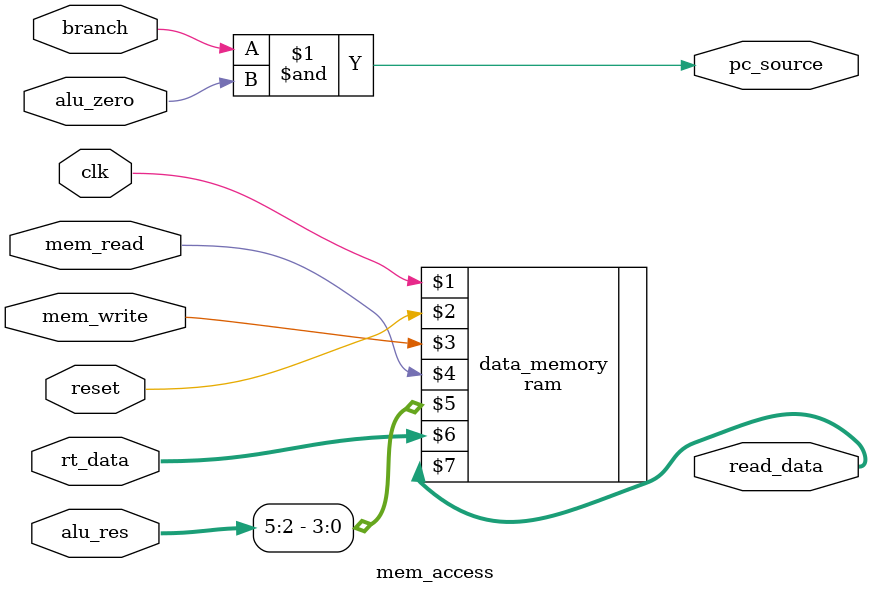
<source format=v>
`include "memory.v"

module mem_access(

    input clk,
    input reset,

    input branch,
    input alu_zero,
    input mem_write,
    input mem_read,

    input [31:0] alu_res,       // the alu result is used to calculate the memory address that needs to be read from or written to
    input [31:0] rt_data,       // whereas the actual data that's written into memory (only if mem_write is 1) is given by the value of rt

    output pc_source,           // the final branch signal is selects the source for pc (out pc_next and pc_branch)
    output [31:0] read_data

);

    // Write your code below.

    // * Make sure that the ram is instantiated with the name "data_memory".

    and G1(pc_source, branch, alu_zero);
    ram #(32, 4) data_memory(clk, reset, mem_write, mem_read, alu_res[5:2], rt_data, read_data);

endmodule

</source>
